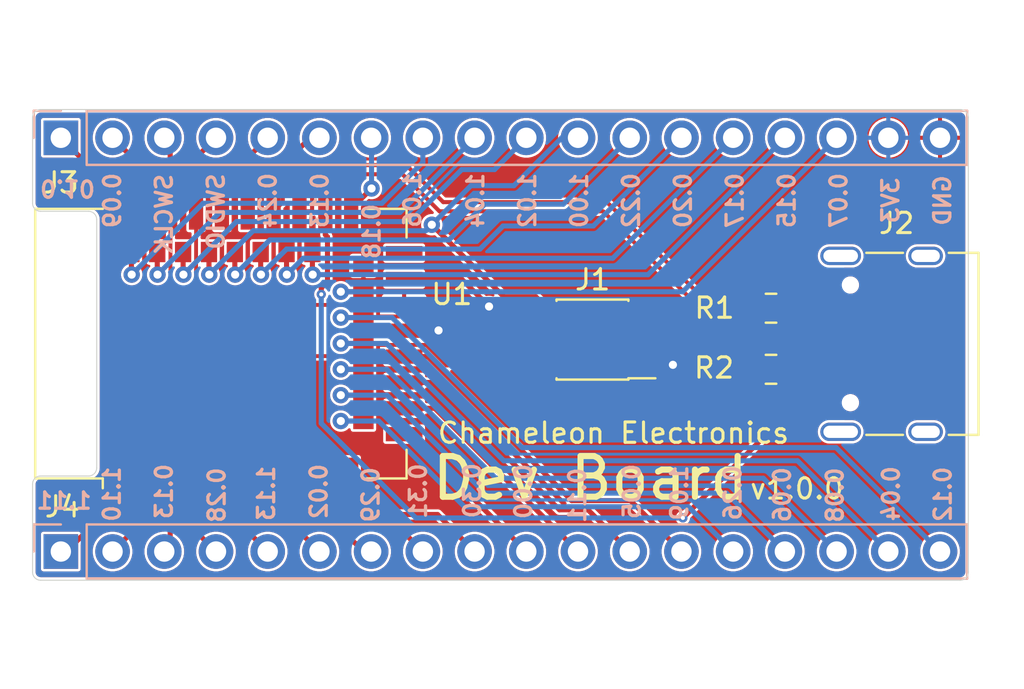
<source format=kicad_pcb>
(kicad_pcb (version 20171130) (host pcbnew 5.1.6-c6e7f7d~86~ubuntu20.04.1)
  (title_block (title "Device template") (date 2020-02-22) (rev 1.0.3))
  (layers (0 F.Cu signal) (31 B.Cu signal) (34 B.Paste user) (35 F.Paste user) (36 B.SilkS user) (37 F.SilkS user) (38 B.Mask user) (39 F.Mask user) (44 Edge.Cuts user))
  (net 0 "")
  (net 1 /SWO)
  (net 2 GND)
  (net 3 /SWDIO)
  (net 4 "Net-(J1-Pad3)")
  (net 5 /SWDCLK)
  (net 6 +3V3)
  (net 7 "Net-(J2-PadB5)")
  (net 8 "Net-(J2-PadA8)")
  (net 9 "Net-(J2-PadA5)")
  (net 10 "Net-(J2-PadB8)")
  (net 11 "Net-(J2-PadS1)")
  (net 12 /VBUS)
  (net 13 /DCCH)
  (net 14 /P0.28)
  (net 15 /P0.03)
  (net 16 /P1.10)
  (net 17 /P1.11)
  (net 18 /P0.26)
  (net 19 /P0.00)
  (net 20 /P0.30)
  (net 21 /P0.31)
  (net 22 /P0.29)
  (net 23 /P0.02)
  (net 24 /P1.13)
  (net 25 /P0.11)
  (net 26 /P1.09)
  (net 27 /P0.05)
  (net 28 /P0.04)
  (net 29 /P0.08)
  (net 30 /P0.06)
  (net 31 /P0.12)
  (net 32 /P0.09)
  (net 33 /P0.10)
  (net 34 /P0.13)
  (net 35 /P0.24)
  (net 36 /D+)
  (net 37 /D-)
  (net 38 /P1.06)
  (net 39 /P1.04)
  (net 40 /P0.18)
  (net 41 /P1.02)
  (net 42 /P0.07)
  (net 43 /P0.15)
  (net 44 /P0.17)
  (net 45 /P0.20)
  (net 46 /P0.22)
  (module Connector_PinHeader_2.54mm:PinHeader_1x18_P2.54mm_Vertical (layer B.Cu) (at 123.89 108.77 270)
    (fp_text reference J4 (at -2.2 -0.08 180) (layer F.SilkS))
    (fp_text value Conn_01x18_Male)
    (fp_line (start -1.33 1.33) (end 0 1.33) (layer B.SilkS) (width 0.12))
    (fp_line (start -1.33 0) (end -1.33 1.33) (layer B.SilkS) (width 0.12))
    (fp_line (start -1.33 -1.27) (end 1.33 -1.27) (layer B.SilkS) (width 0.12))
    (fp_line (start 1.33 -1.27) (end 1.33 -44.51) (layer B.SilkS) (width 0.12))
    (fp_line (start -1.33 -1.27) (end -1.33 -44.51) (layer B.SilkS) (width 0.12))
    (fp_line (start -1.33 -44.51) (end 1.33 -44.51) (layer B.SilkS) (width 0.12))
    (pad 18 thru_hole oval (at 0 -43.18 270) (size 1.7 1.7) (drill 1) (layers *.Cu *.Mask) (net 31 /P0.12))
    (pad 17 thru_hole oval (at 0 -40.64 270) (size 1.7 1.7) (drill 1) (layers *.Cu *.Mask) (net 28 /P0.04))
    (pad 16 thru_hole oval (at 0 -38.1 270) (size 1.7 1.7) (drill 1) (layers *.Cu *.Mask) (net 29 /P0.08))
    (pad 15 thru_hole oval (at 0 -35.56 270) (size 1.7 1.7) (drill 1) (layers *.Cu *.Mask) (net 30 /P0.06))
    (pad 14 thru_hole oval (at 0 -33.02 270) (size 1.7 1.7) (drill 1) (layers *.Cu *.Mask) (net 18 /P0.26))
    (pad 13 thru_hole oval (at 0 -30.48 270) (size 1.7 1.7) (drill 1) (layers *.Cu *.Mask) (net 26 /P1.09))
    (pad 12 thru_hole oval (at 0 -27.94 270) (size 1.7 1.7) (drill 1) (layers *.Cu *.Mask) (net 27 /P0.05))
    (pad 11 thru_hole oval (at 0 -25.4 270) (size 1.7 1.7) (drill 1) (layers *.Cu *.Mask) (net 25 /P0.11))
    (pad 10 thru_hole oval (at 0 -22.86 270) (size 1.7 1.7) (drill 1) (layers *.Cu *.Mask) (net 19 /P0.00))
    (pad 9 thru_hole oval (at 0 -20.32 270) (size 1.7 1.7) (drill 1) (layers *.Cu *.Mask) (net 20 /P0.30))
    (pad 8 thru_hole oval (at 0 -17.78 270) (size 1.7 1.7) (drill 1) (layers *.Cu *.Mask) (net 21 /P0.31))
    (pad 7 thru_hole oval (at 0 -15.24 270) (size 1.7 1.7) (drill 1) (layers *.Cu *.Mask) (net 22 /P0.29))
    (pad 6 thru_hole oval (at 0 -12.7 270) (size 1.7 1.7) (drill 1) (layers *.Cu *.Mask) (net 23 /P0.02))
    (pad 5 thru_hole oval (at 0 -10.16 270) (size 1.7 1.7) (drill 1) (layers *.Cu *.Mask) (net 24 /P1.13))
    (pad 4 thru_hole oval (at 0 -7.62 270) (size 1.7 1.7) (drill 1) (layers *.Cu *.Mask) (net 14 /P0.28))
    (pad 3 thru_hole oval (at 0 -5.08 270) (size 1.7 1.7) (drill 1) (layers *.Cu *.Mask) (net 15 /P0.03))
    (pad 2 thru_hole oval (at 0 -2.54 270) (size 1.7 1.7) (drill 1) (layers *.Cu *.Mask) (net 16 /P1.10))
    (pad 1 thru_hole rect (at 0 0 270) (size 1.7 1.7) (drill 1) (layers *.Cu *.Mask) (net 17 /P1.11))
  )
  (module Connector_PinHeader_2.54mm:PinHeader_1x18_P2.54mm_Vertical (layer B.Cu) (at 123.89 88.45 270)
    (fp_text reference J3 (at 2.21 -0.01 180) (layer F.SilkS))
    (fp_text value Conn_01x18_Male)
    (fp_line (start -1.33 1.33) (end 0 1.33) (layer B.SilkS) (width 0.12))
    (fp_line (start -1.33 0) (end -1.33 1.33) (layer B.SilkS) (width 0.12))
    (fp_line (start -1.33 -1.27) (end 1.33 -1.27) (layer B.SilkS) (width 0.12))
    (fp_line (start 1.33 -1.27) (end 1.33 -44.51) (layer B.SilkS) (width 0.12))
    (fp_line (start -1.33 -1.27) (end -1.33 -44.51) (layer B.SilkS) (width 0.12))
    (fp_line (start -1.33 -44.51) (end 1.33 -44.51) (layer B.SilkS) (width 0.12))
    (pad 18 thru_hole oval (at 0 -43.18 270) (size 1.7 1.7) (drill 1) (layers *.Cu *.Mask) (net 2 GND))
    (pad 17 thru_hole oval (at 0 -40.64 270) (size 1.7 1.7) (drill 1) (layers *.Cu *.Mask) (net 6 +3V3))
    (pad 16 thru_hole oval (at 0 -38.1 270) (size 1.7 1.7) (drill 1) (layers *.Cu *.Mask) (net 42 /P0.07))
    (pad 15 thru_hole oval (at 0 -35.56 270) (size 1.7 1.7) (drill 1) (layers *.Cu *.Mask) (net 43 /P0.15))
    (pad 14 thru_hole oval (at 0 -33.02 270) (size 1.7 1.7) (drill 1) (layers *.Cu *.Mask) (net 44 /P0.17))
    (pad 13 thru_hole oval (at 0 -30.48 270) (size 1.7 1.7) (drill 1) (layers *.Cu *.Mask) (net 45 /P0.20))
    (pad 12 thru_hole oval (at 0 -27.94 270) (size 1.7 1.7) (drill 1) (layers *.Cu *.Mask) (net 46 /P0.22))
    (pad 11 thru_hole oval (at 0 -25.4 270) (size 1.7 1.7) (drill 1) (layers *.Cu *.Mask) (net 1 /SWO))
    (pad 10 thru_hole oval (at 0 -22.86 270) (size 1.7 1.7) (drill 1) (layers *.Cu *.Mask) (net 41 /P1.02))
    (pad 9 thru_hole oval (at 0 -20.32 270) (size 1.7 1.7) (drill 1) (layers *.Cu *.Mask) (net 39 /P1.04))
    (pad 8 thru_hole oval (at 0 -17.78 270) (size 1.7 1.7) (drill 1) (layers *.Cu *.Mask) (net 38 /P1.06))
    (pad 7 thru_hole oval (at 0 -15.24 270) (size 1.7 1.7) (drill 1) (layers *.Cu *.Mask) (net 40 /P0.18))
    (pad 6 thru_hole oval (at 0 -12.7 270) (size 1.7 1.7) (drill 1) (layers *.Cu *.Mask) (net 34 /P0.13))
    (pad 5 thru_hole oval (at 0 -10.16 270) (size 1.7 1.7) (drill 1) (layers *.Cu *.Mask) (net 35 /P0.24))
    (pad 4 thru_hole oval (at 0 -7.62 270) (size 1.7 1.7) (drill 1) (layers *.Cu *.Mask) (net 3 /SWDIO))
    (pad 3 thru_hole oval (at 0 -5.08 270) (size 1.7 1.7) (drill 1) (layers *.Cu *.Mask) (net 5 /SWDCLK))
    (pad 2 thru_hole oval (at 0 -2.54 270) (size 1.7 1.7) (drill 1) (layers *.Cu *.Mask) (net 32 /P0.09))
    (pad 1 thru_hole rect (at 0 0 270) (size 1.7 1.7) (drill 1) (layers *.Cu *.Mask) (net 33 /P0.10))
  )
  (module IoT_Home:E73-2G4M08S1C (layer F.Cu) (at 131.8 98.56 90)
    (fp_text reference U1 (at 2.42 11.29 180) (layer F.SilkS))
    (fp_text value E73-2G4M08S1C)
    (fp_line (start -6.62 9.07) (end -6.62 7.12) (layer F.SilkS) (width 0.12))
    (fp_line (start -6.62 9.07) (end -5.215 9.07) (layer F.SilkS) (width 0.12))
    (fp_line (start 6.62 9.07) (end 6.62 7.12) (layer F.SilkS) (width 0.12))
    (fp_line (start 6.62 9.07) (end 5.215 9.07) (layer F.SilkS) (width 0.12))
    (fp_line (start 6.62 -9.17) (end 6.62 -5.85) (layer F.SilkS) (width 0.12))
    (fp_line (start 6.62 -9.17) (end -6.62 -9.17) (layer F.SilkS) (width 0.12))
    (fp_line (start -6.62 -9.17) (end -6.62 -5.85) (layer F.SilkS) (width 0.12))
    (fp_line (start -6.62 -5.85) (end -7.1 -5.85) (layer F.SilkS) (width 0.12))
    (pad 24 smd rect (at 3.82 6.95 90) (size 0.8 1) (layers F.Cu F.Paste F.Mask) (net 2 GND))
    (pad 22 smd rect (at 2.55 6.95 90) (size 0.8 1) (layers F.Cu F.Paste F.Mask) (net 42 /P0.07))
    (pad 20 smd rect (at 1.28 6.95 90) (size 0.8 1) (layers F.Cu F.Paste F.Mask) (net 31 /P0.12))
    (pad 16 smd rect (at -1.26 6.95 90) (size 0.8 1) (layers F.Cu F.Paste F.Mask) (net 29 /P0.08))
    (pad 18 smd rect (at 0.01 6.95 90) (size 0.8 1) (layers F.Cu F.Paste F.Mask) (net 28 /P0.04))
    (pad 12 smd rect (at -3.8 6.95 90) (size 0.8 1) (layers F.Cu F.Paste F.Mask) (net 18 /P0.26))
    (pad 14 smd rect (at -2.53 6.95 90) (size 0.8 1) (layers F.Cu F.Paste F.Mask) (net 30 /P0.06))
    (pad 42 smd rect (at 4.5 -4.445 90) (size 1 0.8) (layers F.Cu F.Paste F.Mask) (net 38 /P1.06))
    (pad 40 smd rect (at 4.5 -3.175 90) (size 1 0.8) (layers F.Cu F.Paste F.Mask) (net 39 /P1.04))
    (pad 36 smd rect (at 4.5 -0.635 90) (size 1 0.8) (layers F.Cu F.Paste F.Mask) (net 1 /SWO))
    (pad 38 smd rect (at 4.5 -1.905 90) (size 1 0.8) (layers F.Cu F.Paste F.Mask) (net 41 /P1.02))
    (pad 32 smd rect (at 4.5 1.905 90) (size 1 0.8) (layers F.Cu F.Paste F.Mask) (net 45 /P0.20))
    (pad 34 smd rect (at 4.5 0.635 90) (size 1 0.8) (layers F.Cu F.Paste F.Mask) (net 46 /P0.22))
    (pad 30 smd rect (at 4.5 3.175 90) (size 1 0.8) (layers F.Cu F.Paste F.Mask) (net 44 /P0.17))
    (pad 28 smd rect (at 4.5 4.445 90) (size 1 0.8) (layers F.Cu F.Paste F.Mask) (net 43 /P0.15))
    (pad 5 smd rect (at -6.5 0 90) (size 1.8 0.7) (layers F.Cu F.Paste F.Mask) (net 2 GND))
    (pad 4 smd rect (at -6.5 -1.27 90) (size 1.8 0.7) (layers F.Cu F.Paste F.Mask) (net 14 /P0.28))
    (pad 3 smd rect (at -6.5 -2.54 90) (size 1.8 0.7) (layers F.Cu F.Paste F.Mask) (net 15 /P0.03))
    (pad 10 smd rect (at -6.5 6.35 90) (size 1.8 0.7) (layers F.Cu F.Paste F.Mask) (net 20 /P0.30))
    (pad 1 smd rect (at -6.5 -5.08 90) (size 1.8 0.7) (layers F.Cu F.Paste F.Mask) (net 17 /P1.11))
    (pad 7 smd rect (at -6.5 2.54 90) (size 1.8 0.7) (layers F.Cu F.Paste F.Mask) (net 23 /P0.02))
    (pad 6 smd rect (at -6.5 1.27 90) (size 1.8 0.7) (layers F.Cu F.Paste F.Mask) (net 24 /P1.13))
    (pad 9 smd rect (at -6.5 5.08 90) (size 1.8 0.7) (layers F.Cu F.Paste F.Mask) (net 21 /P0.31))
    (pad 2 smd rect (at -6.5 -3.81 90) (size 1.8 0.7) (layers F.Cu F.Paste F.Mask) (net 16 /P1.10))
    (pad 8 smd rect (at -6.5 3.81 90) (size 1.8 0.7) (layers F.Cu F.Paste F.Mask) (net 22 /P0.29))
    (pad 43 smd rect (at 6.5 -5.08 90) (size 1.8 0.7) (layers F.Cu F.Paste F.Mask) (net 33 /P0.10))
    (pad 41 smd rect (at 6.5 -3.81 90) (size 1.8 0.7) (layers F.Cu F.Paste F.Mask) (net 32 /P0.09))
    (pad 39 smd rect (at 6.5 -2.54 90) (size 1.8 0.7) (layers F.Cu F.Paste F.Mask) (net 5 /SWDCLK))
    (pad 37 smd rect (at 6.5 -1.27 90) (size 1.8 0.7) (layers F.Cu F.Paste F.Mask) (net 3 /SWDIO))
    (pad 35 smd rect (at 6.5 0 90) (size 1.8 0.7) (layers F.Cu F.Paste F.Mask) (net 35 /P0.24))
    (pad 33 smd rect (at 6.5 1.27 90) (size 1.8 0.7) (layers F.Cu F.Paste F.Mask) (net 34 /P0.13))
    (pad 31 smd rect (at 6.5 2.54 90) (size 1.8 0.7) (layers F.Cu F.Paste F.Mask) (net 36 /D+))
    (pad 29 smd rect (at 6.5 3.81 90) (size 1.8 0.7) (layers F.Cu F.Paste F.Mask) (net 37 /D-))
    (pad 27 smd rect (at 6.5 5.08 90) (size 1.8 0.7) (layers F.Cu F.Paste F.Mask) (net 12 /VBUS))
    (pad 26 smd rect (at 6.5 6.35 90) (size 1.8 0.7) (layers F.Cu F.Paste F.Mask) (net 40 /P0.18))
    (pad 25 smd rect (at 4.445 8.95 90) (size 0.7 1.8) (layers F.Cu F.Paste F.Mask) (net 13 /DCCH))
    (pad 23 smd rect (at 3.175 8.95 90) (size 0.7 1.8) (layers F.Cu F.Paste F.Mask) (net 6 +3V3))
    (pad 21 smd rect (at 1.905 8.95 90) (size 0.7 1.8) (layers F.Cu F.Paste F.Mask) (net 2 GND))
    (pad 19 smd rect (at 0.635 8.95 90) (size 0.7 1.8) (layers F.Cu F.Paste F.Mask) (net 6 +3V3))
    (pad 17 smd rect (at -0.635 8.95 90) (size 0.7 1.8) (layers F.Cu F.Paste F.Mask) (net 26 /P1.09))
    (pad 15 smd rect (at -1.905 8.95 90) (size 0.7 1.8) (layers F.Cu F.Paste F.Mask) (net 27 /P0.05))
    (pad 13 smd rect (at -3.175 8.95 90) (size 0.7 1.8) (layers F.Cu F.Paste F.Mask) (net 25 /P0.11))
    (pad 11 smd rect (at -4.445 8.95 90) (size 0.7 1.8) (layers F.Cu F.Paste F.Mask) (net 19 /P0.00))
  )
  (module Resistor_SMD:R_0805_2012Metric (layer F.Cu) (at 158.77 99.82 180)
    (fp_text reference R2 (at 2.8 0.07) (layer F.SilkS))
    (fp_text value 5.1k)
    (fp_line (start -0.258578 -0.71) (end 0.258578 -0.71) (layer F.SilkS) (width 0.12))
    (fp_line (start -0.258578 0.71) (end 0.258578 0.71) (layer F.SilkS) (width 0.12))
    (pad 2 smd roundrect (at 0.9375 0 180) (size 0.975 1.4) (layers F.Cu F.Paste F.Mask) (net 2 GND))
    (pad 1 smd roundrect (at -0.9375 0 180) (size 0.975 1.4) (layers F.Cu F.Paste F.Mask) (net 9 "Net-(J2-PadA5)"))
  )
  (module Resistor_SMD:R_0805_2012Metric (layer F.Cu) (at 158.77 96.82 180)
    (fp_text reference R1 (at 2.78 0.01 180) (layer F.SilkS))
    (fp_text value 5.1k)
    (fp_line (start -0.258578 -0.71) (end 0.258578 -0.71) (layer F.SilkS) (width 0.12))
    (fp_line (start -0.258578 0.71) (end 0.258578 0.71) (layer F.SilkS) (width 0.12))
    (pad 2 smd roundrect (at 0.9375 0 180) (size 0.975 1.4) (layers F.Cu F.Paste F.Mask) (net 2 GND))
    (pad 1 smd roundrect (at -0.9375 0 180) (size 0.975 1.4) (layers F.Cu F.Paste F.Mask) (net 7 "Net-(J2-PadB5)"))
  )
  (module Connector_USB:USB_C_Receptacle_Palconn_UTC16-G (layer F.Cu) (at 164.12 98.57 90)
    (fp_text reference J2 (at 5.92 0.82 180) (layer F.SilkS))
    (fp_text value USB_C_Receptacle_USB2.0)
    (fp_line (start 4.47 4.84) (end -4.47 4.84) (layer F.SilkS) (width 0.12))
    (fp_line (start 4.47 -0.67) (end 4.47 1.13) (layer F.SilkS) (width 0.12))
    (fp_line (start 4.47 4.84) (end 4.47 3.38) (layer F.SilkS) (width 0.12))
    (fp_line (start -4.47 4.84) (end -4.47 3.38) (layer F.SilkS) (width 0.12))
    (fp_line (start -4.47 -0.67) (end -4.47 1.13) (layer F.SilkS) (width 0.12))
    (pad A12 smd rect (at 3.2 -2.51 90) (size 0.6 1.16) (layers F.Cu F.Paste F.Mask) (net 2 GND))
    (pad A9 smd rect (at 2.4 -2.51 90) (size 0.6 1.16) (layers F.Cu F.Paste F.Mask) (net 12 /VBUS))
    (pad B1 smd rect (at 3.2 -2.51 90) (size 0.6 1.16) (layers F.Cu F.Paste F.Mask) (net 2 GND))
    (pad B4 smd rect (at 2.4 -2.51 90) (size 0.6 1.16) (layers F.Cu F.Paste F.Mask) (net 12 /VBUS))
    (pad B12 smd rect (at -3.2 -2.51 90) (size 0.6 1.16) (layers F.Cu F.Paste F.Mask) (net 2 GND))
    (pad A1 smd rect (at -3.2 -2.51 90) (size 0.6 1.16) (layers F.Cu F.Paste F.Mask) (net 2 GND))
    (pad B9 smd rect (at -2.4 -2.51 90) (size 0.6 1.16) (layers F.Cu F.Paste F.Mask) (net 12 /VBUS))
    (pad A4 smd rect (at -2.4 -2.51 90) (size 0.6 1.16) (layers F.Cu F.Paste F.Mask) (net 12 /VBUS))
    (pad "" np_thru_hole circle (at -2.89 -1.45 270) (size 0.6 0.6) (drill 0.6) (layers *.Cu *.Mask))
    (pad "" np_thru_hole circle (at 2.89 -1.45 270) (size 0.6 0.6) (drill 0.6) (layers *.Cu *.Mask))
    (pad B5 smd rect (at 1.75 -2.51 270) (size 0.3 1.16) (layers F.Cu F.Paste F.Mask) (net 7 "Net-(J2-PadB5)"))
    (pad B6 smd rect (at 0.75 -2.51 270) (size 0.3 1.16) (layers F.Cu F.Paste F.Mask) (net 36 /D+))
    (pad A8 smd rect (at 1.25 -2.51 270) (size 0.3 1.16) (layers F.Cu F.Paste F.Mask) (net 8 "Net-(J2-PadA8)"))
    (pad A5 smd rect (at -1.25 -2.51 270) (size 0.3 1.16) (layers F.Cu F.Paste F.Mask) (net 9 "Net-(J2-PadA5)"))
    (pad B8 smd rect (at -1.75 -2.51 270) (size 0.3 1.16) (layers F.Cu F.Paste F.Mask) (net 10 "Net-(J2-PadB8)"))
    (pad A7 smd rect (at 0.25 -2.51 270) (size 0.3 1.16) (layers F.Cu F.Paste F.Mask) (net 37 /D-))
    (pad A6 smd rect (at -0.25 -2.51 270) (size 0.3 1.16) (layers F.Cu F.Paste F.Mask) (net 36 /D+))
    (pad B7 smd rect (at -0.75 -2.51 270) (size 0.3 1.16) (layers F.Cu F.Paste F.Mask) (net 37 /D-))
    (pad S1 thru_hole oval (at 4.32 2.24 180) (size 1.7 0.9) (drill oval 1.4 0.6) (layers *.Cu *.Mask) (net 11 "Net-(J2-PadS1)"))
    (pad S1 thru_hole oval (at -4.32 2.24 180) (size 1.7 0.9) (drill oval 1.4 0.6) (layers *.Cu *.Mask) (net 11 "Net-(J2-PadS1)"))
    (pad S1 thru_hole oval (at 4.32 -1.93 180) (size 2 0.9) (drill oval 1.7 0.6) (layers *.Cu *.Mask) (net 11 "Net-(J2-PadS1)"))
    (pad S1 thru_hole oval (at -4.32 -1.93 180) (size 2 0.9) (drill oval 1.7 0.6) (layers *.Cu *.Mask) (net 11 "Net-(J2-PadS1)"))
  )
  (module Connector_PinHeader_1.27mm:PinHeader_2x03_P1.27mm_Vertical_SMD (layer F.Cu) (at 150 98.36 180)
    (fp_text reference J1 (at -0.01 2.94) (layer F.SilkS))
    (fp_text value Debug)
    (fp_line (start -1.765 -1.965) (end 1.765 -1.965) (layer F.SilkS) (width 0.12))
    (fp_line (start -1.765 1.965) (end 1.765 1.965) (layer F.SilkS) (width 0.12))
    (fp_line (start -3.09 -1.9) (end -1.765 -1.9) (layer F.SilkS) (width 0.12))
    (fp_line (start -1.765 -1.965) (end -1.765 -1.9) (layer F.SilkS) (width 0.12))
    (fp_line (start 1.765 -1.965) (end 1.765 -1.9) (layer F.SilkS) (width 0.12))
    (fp_line (start -1.765 1.9) (end -1.765 1.965) (layer F.SilkS) (width 0.12))
    (fp_line (start 1.765 1.9) (end 1.765 1.965) (layer F.SilkS) (width 0.12))
    (pad 6 smd rect (at 1.95 1.27 180) (size 2.4 0.74) (layers F.Cu F.Paste F.Mask) (net 1 /SWO))
    (pad 5 smd rect (at -1.95 1.27 180) (size 2.4 0.74) (layers F.Cu F.Paste F.Mask) (net 2 GND))
    (pad 4 smd rect (at 1.95 0 180) (size 2.4 0.74) (layers F.Cu F.Paste F.Mask) (net 3 /SWDIO))
    (pad 3 smd rect (at -1.95 0 180) (size 2.4 0.74) (layers F.Cu F.Paste F.Mask) (net 4 "Net-(J1-Pad3)"))
    (pad 2 smd rect (at 1.95 -1.27 180) (size 2.4 0.74) (layers F.Cu F.Paste F.Mask) (net 5 /SWDCLK))
    (pad 1 smd rect (at -1.95 -1.27 180) (size 2.4 0.74) (layers F.Cu F.Paste F.Mask) (net 6 +3V3))
  )
  (gr_arc (start 122.9 109.78) (end 122.5 109.78) (angle -90) (layer Edge.Cuts) (width 0.05))
  (gr_arc (start 168.06 109.78) (end 168.06 110.18) (angle -90) (layer Edge.Cuts) (width 0.05))
  (gr_arc (start 168.06 87.46) (end 168.46 87.46) (angle -90) (layer Edge.Cuts) (width 0.05))
  (gr_arc (start 122.9 87.46) (end 122.9 87.06) (angle -90) (layer Edge.Cuts) (width 0.05))
  (gr_arc (start 122.9 91.66) (end 122.5 91.66) (angle -90) (layer Edge.Cuts) (width 0.05))
  (gr_arc (start 125.25 92.46) (end 125.65 92.46) (angle -90) (layer Edge.Cuts) (width 0.05))
  (gr_arc (start 125.25 104.66) (end 125.25 105.06) (angle -90) (layer Edge.Cuts) (width 0.05))
  (gr_arc (start 122.9 105.46) (end 122.9 105.06) (angle -90) (layer Edge.Cuts) (width 0.05))
  (gr_line (start 125.25 92.06) (end 122.9 92.06) (layer Edge.Cuts) (width 0.05))
  (gr_line (start 125.65 104.66) (end 125.65 92.46) (layer Edge.Cuts) (width 0.05))
  (gr_line (start 122.9 105.06) (end 125.25 105.06) (layer Edge.Cuts) (width 0.05))
  (gr_line (start 122.5 109.78) (end 122.5 105.46) (layer Edge.Cuts) (width 0.05))
  (gr_text GND (at 167.19 91.53 90) (layer B.SilkS) (effects (font (size 0.8 0.8) (thickness 0.16)) (justify mirror)))
  (gr_text 3V3 (at 164.64176 91.529999 90) (layer B.SilkS) (effects (font (size 0.8 0.8) (thickness 0.16)) (justify mirror)))
  (gr_text 0.07 (at 162.093525 91.53 90) (layer B.SilkS) (effects (font (size 0.8 0.8) (thickness 0.16)) (justify mirror)))
  (gr_text 0.15 (at 159.54529 91.53 90) (layer B.SilkS) (effects (font (size 0.8 0.8) (thickness 0.16)) (justify mirror)))
  (gr_text 0.17 (at 156.997055 91.53 90) (layer B.SilkS) (effects (font (size 0.8 0.8) (thickness 0.16)) (justify mirror)))
  (gr_text 0.20 (at 154.44882 91.53 90) (layer B.SilkS) (effects (font (size 0.8 0.8) (thickness 0.16)) (justify mirror)))
  (gr_text 0.22 (at 151.900585 91.53 90) (layer B.SilkS) (effects (font (size 0.8 0.8) (thickness 0.16)) (justify mirror)))
  (gr_text 1.00 (at 149.35235 91.53 90) (layer B.SilkS) (effects (font (size 0.8 0.8) (thickness 0.16)) (justify mirror)))
  (gr_text 1.02 (at 146.804115 91.53 90) (layer B.SilkS) (effects (font (size 0.8 0.8) (thickness 0.16)) (justify mirror)))
  (gr_text 1.04 (at 144.25588 91.53 90) (layer B.SilkS) (effects (font (size 0.8 0.8) (thickness 0.16)) (justify mirror)))
  (gr_text 1.06 (at 141.16 91.51 90) (layer B.SilkS) (effects (font (size 0.8 0.8) (thickness 0.16)) (justify mirror)))
  (gr_text 0.18 (at 139.15941 93.05 90) (layer B.SilkS) (effects (font (size 0.8 0.8) (thickness 0.16)) (justify mirror)))
  (gr_text 0.13 (at 136.611175 91.53 90) (layer B.SilkS) (effects (font (size 0.8 0.8) (thickness 0.16)) (justify mirror)))
  (gr_text 0.24 (at 134.06294 91.53 90) (layer B.SilkS) (effects (font (size 0.8 0.8) (thickness 0.16)) (justify mirror)))
  (gr_text SWDIO (at 131.51 92.07 90) (layer B.SilkS) (effects (font (size 0.8 0.8) (thickness 0.16)) (justify mirror)))
  (gr_text SWCLK (at 128.96 92.21 90) (layer B.SilkS) (effects (font (size 0.8 0.8) (thickness 0.16)) (justify mirror)))
  (gr_text 0.09 (at 126.418235 91.53 90) (layer B.SilkS) (effects (font (size 0.8 0.8) (thickness 0.16)) (justify mirror)))
  (gr_text 0.10 (at 124.22 90.93 180) (layer B.SilkS) (effects (font (size 0.8 0.8) (thickness 0.16)) (justify mirror)))
  (gr_text 0.12 (at 167.21 105.96 90) (layer B.SilkS) (effects (font (size 0.8 0.8) (thickness 0.16)) (justify mirror)))
  (gr_text 0.04 (at 164.67 105.93 90) (layer B.SilkS) (effects (font (size 0.8 0.8) (thickness 0.16)) (justify mirror)))
  (gr_text 0.08 (at 161.91 106 90) (layer B.SilkS) (effects (font (size 0.8 0.8) (thickness 0.16)) (justify mirror)))
  (gr_text 0.06 (at 159.32 105.98 90) (layer B.SilkS) (effects (font (size 0.8 0.8) (thickness 0.16)) (justify mirror)))
  (gr_text 0.26 (at 156.89 105.89 90) (layer B.SilkS) (effects (font (size 0.8 0.8) (thickness 0.16)) (justify mirror)))
  (gr_text 1.09 (at 154.27 105.89 90) (layer B.SilkS) (effects (font (size 0.8 0.8) (thickness 0.16)) (justify mirror)))
  (gr_text 0.05 (at 151.94 105.82 90) (layer B.SilkS) (effects (font (size 0.8 0.8) (thickness 0.16)) (justify mirror)))
  (gr_text 0.11 (at 149.26 106.01 90) (layer B.SilkS) (effects (font (size 0.8 0.8) (thickness 0.16)) (justify mirror)))
  (gr_text 0.00 (at 146.61 105.82 90) (layer B.SilkS) (effects (font (size 0.8 0.8) (thickness 0.16)) (justify mirror)))
  (gr_text 0.30 (at 144.1 105.78 90) (layer B.SilkS) (effects (font (size 0.8 0.8) (thickness 0.16)) (justify mirror)))
  (gr_text 0.31 (at 141.44 105.8 90) (layer B.SilkS) (effects (font (size 0.8 0.8) (thickness 0.16)) (justify mirror)))
  (gr_text 0.29 (at 139.11 105.98 90) (layer B.SilkS) (effects (font (size 0.8 0.8) (thickness 0.16)) (justify mirror)))
  (gr_text 0.02 (at 136.56 105.82 90) (layer B.SilkS) (effects (font (size 0.8 0.8) (thickness 0.16)) (justify mirror)))
  (gr_text 1.13 (at 133.98 105.91 90) (layer B.SilkS) (effects (font (size 0.8 0.8) (thickness 0.16)) (justify mirror)))
  (gr_text 0.28 (at 131.55 106 90) (layer B.SilkS) (effects (font (size 0.8 0.8) (thickness 0.16)) (justify mirror)))
  (gr_text 0.13 (at 128.96 105.82 90) (layer B.SilkS) (effects (font (size 0.8 0.8) (thickness 0.16)) (justify mirror)))
  (gr_text 1.10 (at 126.4 105.95 90) (layer B.SilkS) (effects (font (size 0.8 0.8) (thickness 0.16)) (justify mirror)))
  (gr_text 1.11 (at 124.05 106.28) (layer B.SilkS) (effects (font (size 0.8 0.8) (thickness 0.16)) (justify mirror)))
  (gr_text "Chameleon Electronics" (at 151.03 102.95) (layer F.SilkS) (effects (font (size 1 1))))
  (gr_text "v1.0.0\n" (at 160.04 105.69) (layer F.SilkS) (effects (font (size 1 1))))
  (gr_text "Dev Board" (at 149.89 105.17) (layer F.SilkS) (effects (font (size 2 2) (thickness 0.3))))
  (gr_line (start 168.46 109.78) (end 168.46 87.46) (layer Edge.Cuts) (width 0.05))
  (gr_line (start 122.9 110.18) (end 168.06 110.18) (layer Edge.Cuts) (width 0.05))
  (gr_line (start 122.5 87.46) (end 122.5 91.66) (layer Edge.Cuts) (width 0.05))
  (gr_line (start 168.06 87.06) (end 122.9 87.06) (layer Edge.Cuts) (width 0.05))
  (via (at 131.18 95.17) (size 0.8) (drill 0.4) (layers F.Cu B.Cu) (net 1))
  (segment (start 131.165 95.155) (end 131.18 95.17) (width 0.25) (layer F.Cu) (net 1))
  (segment (start 131.165 94.06) (end 131.165 95.155) (width 0.25) (layer F.Cu) (net 1))
  (segment (start 141.814969 93.015031) (end 142.11 92.72) (width 0.25) (layer B.Cu) (net 1))
  (segment (start 148.489002 88.45) (end 149.29 88.45) (width 0.25) (layer B.Cu) (net 1))
  (segment (start 146.139002 90.8) (end 148.489002 88.45) (width 0.25) (layer B.Cu) (net 1))
  (segment (start 144.03 90.8) (end 146.139002 90.8) (width 0.25) (layer B.Cu) (net 1))
  (segment (start 142.11 92.72) (end 144.03 90.8) (width 0.25) (layer B.Cu) (net 1))
  (via (at 142.11 92.72) (size 0.8) (drill 0.4) (layers F.Cu B.Cu) (net 1))
  (segment (start 147.215001 96.255001) (end 148.05 97.09) (width 0.25) (layer F.Cu) (net 1))
  (segment (start 145.645001 96.255001) (end 147.215001 96.255001) (width 0.25) (layer F.Cu) (net 1))
  (segment (start 142.11 92.72) (end 145.645001 96.255001) (width 0.25) (layer F.Cu) (net 1))
  (segment (start 133.334969 93.015031) (end 131.18 95.17) (width 0.25) (layer B.Cu) (net 1))
  (segment (start 141.814969 93.015031) (end 133.334969 93.015031) (width 0.25) (layer B.Cu) (net 1))
  (segment (start 130.53 89.43) (end 131.51 88.45) (width 0.25) (layer F.Cu) (net 3))
  (segment (start 130.53 92.06) (end 130.53 89.43) (width 0.25) (layer F.Cu) (net 3))
  (segment (start 131.721439 96.657999) (end 130.532001 95.468561) (width 0.19) (layer F.Cu) (net 3))
  (segment (start 130.532001 95.468561) (end 130.532001 92.062001) (width 0.19) (layer F.Cu) (net 3))
  (segment (start 139.427601 96.657999) (end 131.721439 96.657999) (width 0.19) (layer F.Cu) (net 3))
  (segment (start 139.472001 96.702399) (end 139.427601 96.657999) (width 0.19) (layer F.Cu) (net 3))
  (segment (start 130.532001 92.062001) (end 130.53 92.06) (width 0.19) (layer F.Cu) (net 3))
  (segment (start 139.472001 97.227001) (end 139.472001 96.702399) (width 0.19) (layer F.Cu) (net 3))
  (segment (start 142.677563 97.227001) (end 139.472001 97.227001) (width 0.19) (layer F.Cu) (net 3))
  (segment (start 143.810562 98.36) (end 142.677563 97.227001) (width 0.19) (layer F.Cu) (net 3))
  (segment (start 148.05 98.36) (end 143.810562 98.36) (width 0.19) (layer F.Cu) (net 3))
  (segment (start 129.26 88.74) (end 128.97 88.45) (width 0.25) (layer F.Cu) (net 5))
  (segment (start 129.26 92.06) (end 129.26 88.74) (width 0.25) (layer F.Cu) (net 5))
  (segment (start 129.272999 92.072999) (end 129.26 92.06) (width 0.19) (layer F.Cu) (net 5))
  (segment (start 129.272999 96.202999) (end 129.272999 92.072999) (width 0.19) (layer F.Cu) (net 5))
  (segment (start 132.242001 99.172001) (end 129.272999 96.202999) (width 0.19) (layer F.Cu) (net 5))
  (segment (start 139.427601 99.172001) (end 132.242001 99.172001) (width 0.19) (layer F.Cu) (net 5))
  (segment (start 139.472001 99.127601) (end 139.427601 99.172001) (width 0.19) (layer F.Cu) (net 5))
  (segment (start 139.472001 98.622999) (end 139.472001 99.127601) (width 0.19) (layer F.Cu) (net 5))
  (segment (start 142.834602 99.63) (end 141.827601 98.622999) (width 0.19) (layer F.Cu) (net 5))
  (segment (start 141.827601 98.622999) (end 139.472001 98.622999) (width 0.19) (layer F.Cu) (net 5))
  (segment (start 148.05 99.63) (end 142.834602 99.63) (width 0.19) (layer F.Cu) (net 5))
  (via (at 153.95 99.6) (size 0.8) (drill 0.4) (layers F.Cu B.Cu) (net 6))
  (segment (start 153.92 99.63) (end 153.95 99.6) (width 0.25) (layer F.Cu) (net 6))
  (segment (start 151.95 99.63) (end 153.92 99.63) (width 0.25) (layer F.Cu) (net 6))
  (via (at 142.44 97.91) (size 0.8) (drill 0.4) (layers F.Cu B.Cu) (net 6))
  (segment (start 142.425 97.925) (end 142.44 97.91) (width 0.25) (layer F.Cu) (net 6))
  (segment (start 140.75 97.925) (end 142.425 97.925) (width 0.25) (layer F.Cu) (net 6))
  (via (at 144.92 96.735) (size 0.8) (drill 0.4) (layers F.Cu B.Cu) (net 6))
  (segment (start 143.57 95.385) (end 144.92 96.735) (width 0.25) (layer F.Cu) (net 6))
  (segment (start 140.75 95.385) (end 143.57 95.385) (width 0.25) (layer F.Cu) (net 6))
  (segment (start 159.7075 96.82) (end 161.61 96.82) (width 0.25) (layer F.Cu) (net 7))
  (segment (start 159.7075 99.82) (end 161.61 99.82) (width 0.25) (layer F.Cu) (net 9))
  (via (at 136.68 96.137999) (size 0.45) (drill 0.2) (layers F.Cu B.Cu) (net 12))
  (segment (start 136.68 95.823002) (end 136.68 96.137999) (width 0.25) (layer F.Cu) (net 12))
  (segment (start 136.985001 93.315001) (end 136.985001 95.518001) (width 0.25) (layer F.Cu) (net 12))
  (segment (start 136.88 93.21) (end 136.985001 93.315001) (width 0.25) (layer F.Cu) (net 12))
  (segment (start 136.985001 95.518001) (end 136.68 95.823002) (width 0.25) (layer F.Cu) (net 12))
  (segment (start 136.88 92.06) (end 136.88 93.21) (width 0.25) (layer F.Cu) (net 12))
  (via (at 154.441091 107.12) (size 0.45) (drill 0.2) (layers F.Cu B.Cu) (net 12))
  (segment (start 141.326998 107.12) (end 154.441091 107.12) (width 0.25) (layer B.Cu) (net 12))
  (segment (start 136.68 102.473002) (end 141.326998 107.12) (width 0.25) (layer B.Cu) (net 12))
  (segment (start 136.68 96.137999) (end 136.68 102.473002) (width 0.25) (layer B.Cu) (net 12))
  (segment (start 160.591091 100.97) (end 161.61 100.97) (width 0.25) (layer F.Cu) (net 12))
  (segment (start 154.441091 107.12) (end 160.591091 100.97) (width 0.25) (layer F.Cu) (net 12))
  (segment (start 162.634511 100.368391) (end 162.032902 100.97) (width 0.127) (layer F.Cu) (net 12))
  (segment (start 162.634511 96.487511) (end 162.634511 100.368391) (width 0.127) (layer F.Cu) (net 12))
  (segment (start 162.032902 100.97) (end 161.61 100.97) (width 0.127) (layer F.Cu) (net 12))
  (segment (start 162.317 96.17) (end 162.634511 96.487511) (width 0.127) (layer F.Cu) (net 12))
  (segment (start 161.61 96.17) (end 162.317 96.17) (width 0.127) (layer F.Cu) (net 12))
  (segment (start 130.53 107.79) (end 131.51 108.77) (width 0.25) (layer F.Cu) (net 14))
  (segment (start 130.53 105.06) (end 130.53 107.79) (width 0.25) (layer F.Cu) (net 14))
  (segment (start 129.26 108.48) (end 128.97 108.77) (width 0.25) (layer F.Cu) (net 15))
  (segment (start 129.26 105.06) (end 129.26 108.48) (width 0.25) (layer F.Cu) (net 15))
  (segment (start 127.99 107.21) (end 126.43 108.77) (width 0.25) (layer F.Cu) (net 16))
  (segment (start 127.99 105.06) (end 127.99 107.21) (width 0.25) (layer F.Cu) (net 16))
  (segment (start 124.16 108.77) (end 123.89 108.77) (width 0.25) (layer F.Cu) (net 17))
  (segment (start 126.72 106.21) (end 124.16 108.77) (width 0.25) (layer F.Cu) (net 17))
  (segment (start 126.72 105.06) (end 126.72 106.21) (width 0.25) (layer F.Cu) (net 17))
  (via (at 137.64 102.36) (size 0.8) (drill 0.4) (layers F.Cu B.Cu) (net 18))
  (segment (start 138.75 102.36) (end 137.64 102.36) (width 0.25) (layer F.Cu) (net 18))
  (segment (start 139.5 102.36) (end 143.71 106.57) (width 0.25) (layer B.Cu) (net 18))
  (segment (start 137.64 102.36) (end 139.5 102.36) (width 0.25) (layer B.Cu) (net 18))
  (segment (start 154.71 106.57) (end 156.91 108.77) (width 0.25) (layer B.Cu) (net 18))
  (segment (start 143.71 106.57) (end 154.71 106.57) (width 0.25) (layer B.Cu) (net 18))
  (segment (start 140.985 103.005) (end 146.75 108.77) (width 0.25) (layer F.Cu) (net 19))
  (segment (start 140.75 103.005) (end 140.985 103.005) (width 0.25) (layer F.Cu) (net 19))
  (segment (start 138.15 105.06) (end 138.15 105.89) (width 0.25) (layer F.Cu) (net 20))
  (segment (start 138.15 105.89) (end 139.21 106.95) (width 0.25) (layer F.Cu) (net 20))
  (segment (start 142.39 106.95) (end 144.21 108.77) (width 0.25) (layer F.Cu) (net 20))
  (segment (start 139.21 106.95) (end 142.39 106.95) (width 0.25) (layer F.Cu) (net 20))
  (segment (start 140.494999 107.594999) (end 141.67 108.77) (width 0.25) (layer F.Cu) (net 21))
  (segment (start 138.849997 107.594999) (end 140.494999 107.594999) (width 0.25) (layer F.Cu) (net 21))
  (segment (start 136.88 105.625002) (end 138.849997 107.594999) (width 0.25) (layer F.Cu) (net 21))
  (segment (start 136.88 105.06) (end 136.88 105.625002) (width 0.25) (layer F.Cu) (net 21))
  (segment (start 138.754998 108.77) (end 139.13 108.77) (width 0.25) (layer F.Cu) (net 22))
  (segment (start 135.61 105.625002) (end 138.754998 108.77) (width 0.25) (layer F.Cu) (net 22))
  (segment (start 135.61 105.06) (end 135.61 105.625002) (width 0.25) (layer F.Cu) (net 22))
  (segment (start 134.34 106.52) (end 136.59 108.77) (width 0.25) (layer F.Cu) (net 23))
  (segment (start 134.34 105.06) (end 134.34 106.52) (width 0.25) (layer F.Cu) (net 23))
  (segment (start 133.07 107.79) (end 134.05 108.77) (width 0.25) (layer F.Cu) (net 24))
  (segment (start 133.07 105.06) (end 133.07 107.79) (width 0.25) (layer F.Cu) (net 24))
  (segment (start 142.255 101.735) (end 149.29 108.77) (width 0.25) (layer F.Cu) (net 25))
  (segment (start 140.75 101.735) (end 142.255 101.735) (width 0.25) (layer F.Cu) (net 25))
  (segment (start 151.86999 106.26999) (end 154.37 108.77) (width 0.25) (layer F.Cu) (net 26))
  (segment (start 148.97999 106.26999) (end 151.86999 106.26999) (width 0.25) (layer F.Cu) (net 26))
  (segment (start 141.905 99.195) (end 148.97999 106.26999) (width 0.25) (layer F.Cu) (net 26))
  (segment (start 140.75 99.195) (end 141.905 99.195) (width 0.25) (layer F.Cu) (net 26))
  (segment (start 140.75 100.465) (end 142.125 100.465) (width 0.25) (layer F.Cu) (net 27))
  (segment (start 142.125 100.465) (end 148.38 106.72) (width 0.25) (layer F.Cu) (net 27))
  (segment (start 149.78 106.72) (end 151.83 108.77) (width 0.25) (layer F.Cu) (net 27))
  (segment (start 148.38 106.72) (end 149.78 106.72) (width 0.25) (layer F.Cu) (net 27))
  (via (at 137.64 98.55) (size 0.8) (drill 0.4) (layers F.Cu B.Cu) (net 28))
  (segment (start 138.75 98.55) (end 137.64 98.55) (width 0.25) (layer F.Cu) (net 28))
  (segment (start 139.88 98.55) (end 145.64 104.31) (width 0.25) (layer B.Cu) (net 28))
  (segment (start 137.64 98.55) (end 139.88 98.55) (width 0.25) (layer B.Cu) (net 28))
  (segment (start 160.07 104.31) (end 164.53 108.77) (width 0.25) (layer B.Cu) (net 28))
  (segment (start 145.64 104.31) (end 160.07 104.31) (width 0.25) (layer B.Cu) (net 28))
  (via (at 137.64 99.82) (size 0.8) (drill 0.4) (layers F.Cu B.Cu) (net 29))
  (segment (start 138.75 99.82) (end 137.64 99.82) (width 0.25) (layer F.Cu) (net 29))
  (segment (start 139.9 99.82) (end 145.25 105.17) (width 0.25) (layer B.Cu) (net 29))
  (segment (start 137.64 99.82) (end 139.9 99.82) (width 0.25) (layer B.Cu) (net 29))
  (segment (start 158.39 105.17) (end 161.99 108.77) (width 0.25) (layer B.Cu) (net 29))
  (segment (start 145.25 105.17) (end 158.39 105.17) (width 0.25) (layer B.Cu) (net 29))
  (via (at 137.64 101.09) (size 0.8) (drill 0.4) (layers F.Cu B.Cu) (net 30))
  (segment (start 138.75 101.09) (end 137.64 101.09) (width 0.25) (layer F.Cu) (net 30))
  (segment (start 139.91 101.09) (end 144.72 105.9) (width 0.25) (layer B.Cu) (net 30))
  (segment (start 137.64 101.09) (end 139.91 101.09) (width 0.25) (layer B.Cu) (net 30))
  (segment (start 156.58 105.9) (end 159.45 108.77) (width 0.25) (layer B.Cu) (net 30))
  (segment (start 144.72 105.9) (end 156.58 105.9) (width 0.25) (layer B.Cu) (net 30))
  (via (at 137.64 97.28) (size 0.8) (drill 0.4) (layers F.Cu B.Cu) (net 31))
  (segment (start 138.75 97.28) (end 137.64 97.28) (width 0.25) (layer F.Cu) (net 31))
  (segment (start 161.96501 103.66501) (end 167.07 108.77) (width 0.25) (layer B.Cu) (net 31))
  (segment (start 146.54501 103.66501) (end 161.96501 103.66501) (width 0.25) (layer B.Cu) (net 31))
  (segment (start 140.16 97.28) (end 146.54501 103.66501) (width 0.25) (layer B.Cu) (net 31))
  (segment (start 137.64 97.28) (end 140.16 97.28) (width 0.25) (layer B.Cu) (net 31))
  (segment (start 127.99 90.01) (end 126.43 88.45) (width 0.25) (layer F.Cu) (net 32))
  (segment (start 127.99 92.06) (end 127.99 90.01) (width 0.25) (layer F.Cu) (net 32))
  (segment (start 126.72 91.28) (end 123.89 88.45) (width 0.25) (layer F.Cu) (net 33))
  (segment (start 126.72 92.06) (end 126.72 91.28) (width 0.25) (layer F.Cu) (net 33))
  (segment (start 136.13 88.45) (end 136.59 88.45) (width 0.25) (layer F.Cu) (net 34))
  (segment (start 133.07 91.51) (end 136.13 88.45) (width 0.25) (layer F.Cu) (net 34))
  (segment (start 133.07 92.06) (end 133.07 91.51) (width 0.25) (layer F.Cu) (net 34))
  (segment (start 131.8 90.7) (end 134.05 88.45) (width 0.25) (layer F.Cu) (net 35))
  (segment (start 131.8 92.06) (end 131.8 90.7) (width 0.25) (layer F.Cu) (net 35))
  (segment (start 142.672385 91.61) (end 150.7082 91.61) (width 0.2) (layer F.Cu) (net 36))
  (segment (start 140.852393 89.790008) (end 142.672385 91.61) (width 0.2) (layer F.Cu) (net 36))
  (segment (start 136.08999 89.790008) (end 140.852393 89.790008) (width 0.2) (layer F.Cu) (net 36))
  (segment (start 134.79 91.089998) (end 136.08999 89.790008) (width 0.2) (layer F.Cu) (net 36))
  (segment (start 134.79 91.61) (end 134.79 91.089998) (width 0.2) (layer F.Cu) (net 36))
  (segment (start 134.34 92.06) (end 134.79 91.61) (width 0.2) (layer F.Cu) (net 36))
  (segment (start 160.739999 97.82) (end 161.61 97.82) (width 0.2) (layer F.Cu) (net 36))
  (segment (start 160.714999 97.845) (end 160.739999 97.82) (width 0.2) (layer F.Cu) (net 36))
  (segment (start 156.9432 97.845) (end 160.714999 97.845) (width 0.2) (layer F.Cu) (net 36))
  (segment (start 150.7082 91.61) (end 156.9432 97.845) (width 0.2) (layer F.Cu) (net 36))
  (segment (start 162.317 97.82) (end 161.61 97.82) (width 0.127) (layer F.Cu) (net 36))
  (segment (start 162.380501 97.883501) (end 162.317 97.82) (width 0.127) (layer F.Cu) (net 36))
  (segment (start 162.380501 98.756499) (end 162.380501 97.883501) (width 0.127) (layer F.Cu) (net 36))
  (segment (start 162.317 98.82) (end 162.380501 98.756499) (width 0.127) (layer F.Cu) (net 36))
  (segment (start 161.61 98.82) (end 162.317 98.82) (width 0.127) (layer F.Cu) (net 36))
  (segment (start 142.486002 92.06) (end 150.5218 92.06) (width 0.2) (layer F.Cu) (net 37))
  (segment (start 140.666001 90.239999) (end 142.486002 92.06) (width 0.2) (layer F.Cu) (net 37))
  (segment (start 136.229999 90.919999) (end 136.909999 90.239999) (width 0.2) (layer F.Cu) (net 37))
  (segment (start 136.229999 92.06) (end 136.229999 90.919999) (width 0.2) (layer F.Cu) (net 37))
  (segment (start 135.61 92.06) (end 136.229999 92.06) (width 0.2) (layer F.Cu) (net 37))
  (segment (start 136.909999 90.239999) (end 140.666001 90.239999) (width 0.2) (layer F.Cu) (net 37))
  (segment (start 160.739999 98.32) (end 161.61 98.32) (width 0.2) (layer F.Cu) (net 37))
  (segment (start 160.714999 98.295) (end 160.739999 98.32) (width 0.2) (layer F.Cu) (net 37))
  (segment (start 150.5218 92.06) (end 156.7568 98.295) (width 0.2) (layer F.Cu) (net 37))
  (segment (start 156.7568 98.295) (end 160.714999 98.295) (width 0.2) (layer F.Cu) (net 37))
  (segment (start 160.903 98.32) (end 161.61 98.32) (width 0.127) (layer F.Cu) (net 37))
  (segment (start 160.839499 98.383501) (end 160.903 98.32) (width 0.127) (layer F.Cu) (net 37))
  (segment (start 160.839499 99.122401) (end 160.839499 98.383501) (width 0.127) (layer F.Cu) (net 37))
  (segment (start 161.037098 99.32) (end 160.839499 99.122401) (width 0.127) (layer F.Cu) (net 37))
  (segment (start 161.61 99.32) (end 161.037098 99.32) (width 0.127) (layer F.Cu) (net 37))
  (via (at 127.37 95.17) (size 0.8) (drill 0.4) (layers F.Cu B.Cu) (net 38))
  (segment (start 127.355 95.155) (end 127.37 95.17) (width 0.25) (layer F.Cu) (net 38))
  (segment (start 127.355 94.06) (end 127.355 95.155) (width 0.25) (layer F.Cu) (net 38))
  (segment (start 139.65708 91.665001) (end 141.67 89.652081) (width 0.25) (layer B.Cu) (net 38))
  (segment (start 141.67 89.652081) (end 141.67 88.45) (width 0.25) (layer B.Cu) (net 38))
  (segment (start 130.874999 91.665001) (end 127.37 95.17) (width 0.25) (layer B.Cu) (net 38))
  (segment (start 139.65708 91.665001) (end 130.874999 91.665001) (width 0.25) (layer B.Cu) (net 38))
  (segment (start 128.625 95.155) (end 128.64 95.17) (width 0.25) (layer F.Cu) (net 39))
  (via (at 128.64 95.17) (size 0.8) (drill 0.4) (layers F.Cu B.Cu) (net 39))
  (segment (start 128.625 94.06) (end 128.625 95.155) (width 0.25) (layer F.Cu) (net 39))
  (segment (start 140.544989 92.115011) (end 144.21 88.45) (width 0.25) (layer B.Cu) (net 39))
  (segment (start 131.694989 92.115011) (end 140.544989 92.115011) (width 0.25) (layer B.Cu) (net 39))
  (segment (start 128.64 95.17) (end 131.694989 92.115011) (width 0.25) (layer B.Cu) (net 39))
  (via (at 139.15 90.94) (size 0.8) (drill 0.4) (layers F.Cu B.Cu) (net 40))
  (segment (start 138.15 91.94) (end 139.15 90.94) (width 0.25) (layer F.Cu) (net 40))
  (segment (start 138.15 92.06) (end 138.15 91.94) (width 0.25) (layer F.Cu) (net 40))
  (segment (start 139.15 88.47) (end 139.13 88.45) (width 0.25) (layer B.Cu) (net 40))
  (segment (start 139.15 90.94) (end 139.15 88.47) (width 0.25) (layer B.Cu) (net 40))
  (via (at 129.91 95.17) (size 0.8) (drill 0.4) (layers F.Cu B.Cu) (net 41))
  (segment (start 129.895 95.155) (end 129.91 95.17) (width 0.25) (layer F.Cu) (net 41))
  (segment (start 129.895 94.06) (end 129.895 95.155) (width 0.25) (layer F.Cu) (net 41))
  (segment (start 145.19 90.01) (end 146.75 88.45) (width 0.25) (layer B.Cu) (net 41))
  (segment (start 143.58 90.01) (end 145.19 90.01) (width 0.25) (layer B.Cu) (net 41))
  (segment (start 141.024979 92.565021) (end 143.58 90.01) (width 0.25) (layer B.Cu) (net 41))
  (segment (start 132.514979 92.565021) (end 129.91 95.17) (width 0.25) (layer B.Cu) (net 41))
  (segment (start 141.024979 92.565021) (end 132.514979 92.565021) (width 0.25) (layer B.Cu) (net 41))
  (via (at 137.64 96.01) (size 0.8) (drill 0.4) (layers F.Cu B.Cu) (net 42))
  (segment (start 138.75 96.01) (end 137.64 96.01) (width 0.25) (layer F.Cu) (net 42))
  (segment (start 154.43 96.01) (end 161.99 88.45) (width 0.25) (layer B.Cu) (net 42))
  (segment (start 137.64 96.01) (end 154.43 96.01) (width 0.25) (layer B.Cu) (net 42))
  (via (at 136.26 95.17) (size 0.8) (drill 0.4) (layers F.Cu B.Cu) (net 43))
  (segment (start 136.245 95.155) (end 136.26 95.17) (width 0.25) (layer F.Cu) (net 43))
  (segment (start 136.245 94.06) (end 136.245 95.155) (width 0.25) (layer F.Cu) (net 43))
  (segment (start 152.73 95.17) (end 159.45 88.45) (width 0.25) (layer B.Cu) (net 43))
  (segment (start 136.26 95.17) (end 152.73 95.17) (width 0.25) (layer B.Cu) (net 43))
  (via (at 134.99 95.17) (size 0.8) (drill 0.4) (layers F.Cu B.Cu) (net 44))
  (segment (start 134.975 95.155) (end 134.99 95.17) (width 0.25) (layer F.Cu) (net 44))
  (segment (start 134.975 94.06) (end 134.975 95.155) (width 0.25) (layer F.Cu) (net 44))
  (segment (start 150.99494 94.36506) (end 156.91 88.45) (width 0.25) (layer B.Cu) (net 44))
  (segment (start 135.79494 94.36506) (end 150.99494 94.36506) (width 0.25) (layer B.Cu) (net 44))
  (segment (start 134.99 95.17) (end 135.79494 94.36506) (width 0.25) (layer B.Cu) (net 44))
  (via (at 133.72 95.17) (size 0.8) (drill 0.4) (layers F.Cu B.Cu) (net 45))
  (segment (start 133.705 95.155) (end 133.72 95.17) (width 0.25) (layer F.Cu) (net 45))
  (segment (start 133.705 94.06) (end 133.705 95.155) (width 0.25) (layer F.Cu) (net 45))
  (segment (start 144.474949 93.915051) (end 145.61 92.78) (width 0.25) (layer B.Cu) (net 45))
  (segment (start 150.04 92.78) (end 154.37 88.45) (width 0.25) (layer B.Cu) (net 45))
  (segment (start 145.61 92.78) (end 150.04 92.78) (width 0.25) (layer B.Cu) (net 45))
  (segment (start 134.974949 93.915051) (end 133.72 95.17) (width 0.25) (layer B.Cu) (net 45))
  (segment (start 144.474949 93.915051) (end 134.974949 93.915051) (width 0.25) (layer B.Cu) (net 45))
  (via (at 132.45 95.17) (size 0.8) (drill 0.4) (layers F.Cu B.Cu) (net 46))
  (segment (start 132.435 95.155) (end 132.45 95.17) (width 0.25) (layer F.Cu) (net 46))
  (segment (start 132.435 94.06) (end 132.435 95.155) (width 0.25) (layer F.Cu) (net 46))
  (segment (start 142.954959 93.465041) (end 144.71 91.71) (width 0.25) (layer B.Cu) (net 46))
  (segment (start 148.57 91.71) (end 151.83 88.45) (width 0.25) (layer B.Cu) (net 46))
  (segment (start 144.71 91.71) (end 148.57 91.71) (width 0.25) (layer B.Cu) (net 46))
  (segment (start 134.154959 93.465041) (end 132.45 95.17) (width 0.25) (layer B.Cu) (net 46))
  (segment (start 142.954959 93.465041) (end 134.154959 93.465041) (width 0.25) (layer B.Cu) (net 46))
  (zone (net 2) (net_name GND) (layer F.Cu) (connect_pads (clearance 0.127)) (min_thickness 0.127) (fill yes (arc_segments 32) (thermal_gap 0.2) (thermal_bridge_width 0.2))
    (polygon (pts (xy 168.83 110.56) (xy 122.11 110.56) (xy 122.11 86.66) (xy 168.83 86.66)))
  )
  (zone (net 6) (net_name +3V3) (layer B.Cu) (connect_pads (clearance 0.127)) (min_thickness 0.127) (fill yes (arc_segments 32) (thermal_gap 0.2) (thermal_bridge_width 0.2))
    (polygon (pts (xy 168.831998 86.66) (xy 122.111998 86.66) (xy 122.111998 110.56) (xy 168.831998 110.56)))
  )
)
</source>
